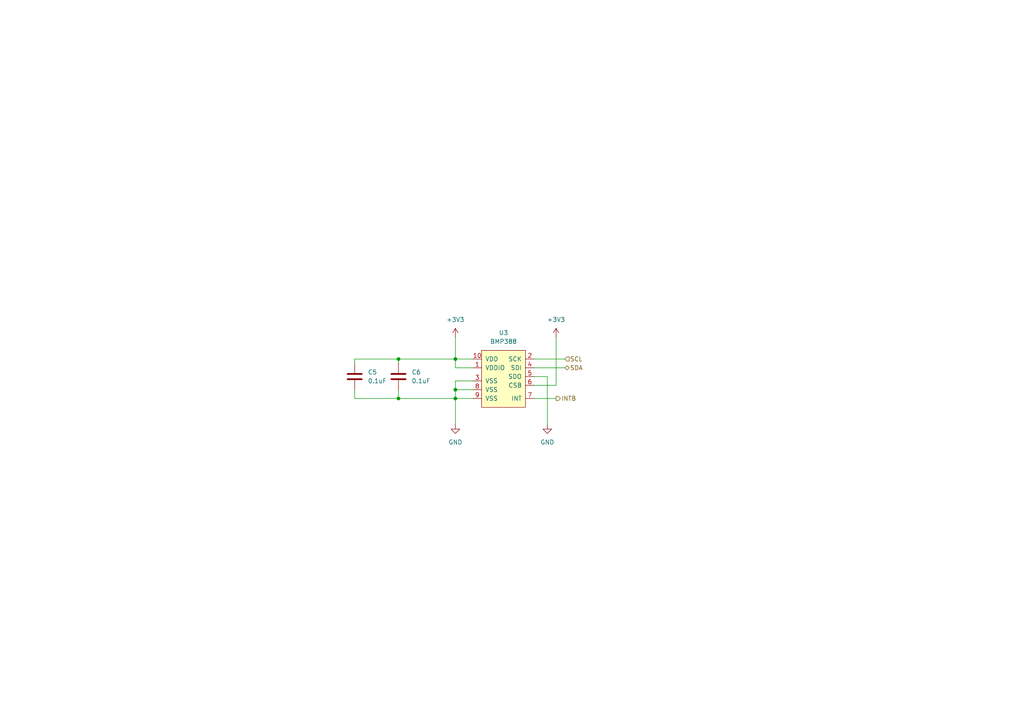
<source format=kicad_sch>
(kicad_sch (version 20211123) (generator eeschema)
  (paper "A4")
  (title_block (title "OceanAI") (date "2022-07-25") (rev "2"))
  (lib_symbols
    (symbol "Device:C" (pin_numbers hide) (pin_names (offset 0.254))
      (property "Reference" "C" (at 0.635 2.54 0))
      (property "Value" "C" (at 0.635 -2.54 0))
      (symbol "C_0_1"
        (polyline (pts (xy -2.032 -0.762) (xy 2.032 -0.762)) (stroke (width 0.508)))
        (polyline (pts (xy -2.032 0.762) (xy 2.032 0.762)) (stroke (width 0.508)))
      )
      (symbol "C_1_1"
        (pin passive line (at 0 3.81 270) (length 2.794) (name "~") (number "1"))
        (pin passive line (at 0 -3.81 90) (length 2.794) (name "~") (number "2"))
      )
    )
    (symbol "TBC_Sensors:BMP388" (pin_names (offset 1.016))
      (property "Reference" "U3" (at 0 12.7 0))
      (property "Value" "BMP388" (at 0 10.16 0))
      (symbol "BMP388_0_1"
        (rectangle (start -6.35 7.62) (end 6.35 -8.89) (fill (type background)))
      )
      (symbol "BMP388_1_1"
        (pin power_in line (at -8.89 2.54 0) (length 2.54) (name "VDDIO") (number "1"))
        (pin power_in line (at -8.89 5.08 0) (length 2.54) (name "VDD") (number "10"))
        (pin input line (at 8.89 5.08 180) (length 2.54) (name "SCK") (number "2"))
        (pin unspecified line (at -8.89 -1.27 0) (length 2.54) (name "VSS") (number "3"))
        (pin bidirectional line (at 8.89 2.54 180) (length 2.54) (name "SDI") (number "4"))
        (pin bidirectional line (at 8.89 0 180) (length 2.54) (name "SDO") (number "5"))
        (pin input line (at 8.89 -2.54 180) (length 2.54) (name "CSB") (number "6"))
        (pin output line (at 8.89 -6.35 180) (length 2.54) (name "INT") (number "7"))
        (pin unspecified line (at -8.89 -3.81 0) (length 2.54) (name "VSS") (number "8"))
        (pin unspecified line (at -8.89 -6.35 0) (length 2.54) (name "VSS") (number "9"))
      )
    )
    (symbol "power:+3.3V" (power) (pin_names (offset 0))
      (property "Value" "+3.3V" (at 0 3.556 0))
      (symbol "+3.3V_0_1"
        (polyline (pts (xy -0.762 1.27) (xy 0 2.54)))
        (polyline (pts (xy 0 0) (xy 0 2.54)))
        (polyline (pts (xy 0 2.54) (xy 0.762 1.27)))
      )
      (symbol "+3.3V_1_1"
        (pin power_in line (at 0 0 90) (length 0) hide (name "+3V3") (number "1"))
      )
    )
    (symbol "power:GND" (power) (pin_names (offset 0))
      (property "Value" "GND" (at 0 -3.81 0))
      (symbol "GND_0_1"
        (polyline (pts (xy 0 0) (xy 0 -1.27) (xy 1.27 -1.27) (xy 0 -2.54) (xy -1.27 -1.27) (xy 0 -1.27)))
      )
      (symbol "GND_1_1"
        (pin power_in line (at 0 0 270) (length 0) hide (name "GND") (number "1"))
      )
    )
  )
  (junction (at 132.08 113.03))
  (junction (at 115.57 104.14))
  (junction (at 132.08 115.57))
  (junction (at 132.08 104.14))
  (junction (at 115.57 115.57))
  (wire (pts (xy 132.08 115.57) (xy 137.16 115.57)))
  (wire (pts (xy 115.57 113.03) (xy 115.57 115.57)))
  (wire (pts (xy 154.94 106.68) (xy 163.83 106.68)))
  (wire (pts (xy 154.94 104.14) (xy 163.83 104.14)))
  (wire (pts (xy 137.16 110.49) (xy 132.08 110.49)))
  (wire (pts (xy 132.08 106.68) (xy 132.08 104.14)))
  (wire (pts (xy 102.87 104.14) (xy 115.57 104.14)))
  (wire (pts (xy 102.87 105.41) (xy 102.87 104.14)))
  (wire (pts (xy 137.16 113.03) (xy 132.08 113.03)))
  (wire (pts (xy 102.87 115.57) (xy 115.57 115.57)))
  (wire (pts (xy 161.29 111.76) (xy 161.29 97.79)))
  (wire (pts (xy 115.57 115.57) (xy 132.08 115.57)))
  (wire (pts (xy 154.94 115.57) (xy 161.29 115.57)))
  (wire (pts (xy 132.08 113.03) (xy 132.08 115.57)))
  (wire (pts (xy 102.87 113.03) (xy 102.87 115.57)))
  (wire (pts (xy 132.08 104.14) (xy 137.16 104.14)))
  (wire (pts (xy 154.94 111.76) (xy 161.29 111.76)))
  (wire (pts (xy 132.08 110.49) (xy 132.08 113.03)))
  (wire (pts (xy 132.08 104.14) (xy 132.08 97.79)))
  (wire (pts (xy 137.16 106.68) (xy 132.08 106.68)))
  (wire (pts (xy 115.57 104.14) (xy 132.08 104.14)))
  (wire (pts (xy 158.75 109.22) (xy 158.75 123.19)))
  (wire (pts (xy 132.08 115.57) (xy 132.08 123.19)))
  (wire (pts (xy 154.94 109.22) (xy 158.75 109.22)))
  (wire (pts (xy 115.57 105.41) (xy 115.57 104.14)))
  (hierarchical_label "SCL" (shape input) (at 163.83 104.14 0))
  (hierarchical_label "SDA" (shape bidirectional) (at 163.83 106.68 0))
  (hierarchical_label "INTB" (shape output) (at 161.29 115.57 0))
  (symbol (lib_id "power:GND") (at 158.75 123.19 0) (unit 1)
    (property "Reference" "#PWR010" (effects hide))
    (property "Value" "GND" (at 158.75 128.27 0))
  )
  (symbol (lib_id "Device:C") (at 102.87 109.22 0) (unit 1)
    (property "Reference" "C5" (at 106.68 107.9499 0) (effects (justify left)))
    (property "Value" "0.1uF" (at 106.68 110.4899 0) (effects (justify left)))
    (property "Footprint" "Capacitor_SMD:C_0603_1608Metric" (effects hide))
  )
  (symbol (lib_id "power:+3.3V") (at 132.08 97.79 0) (unit 1)
    (property "Reference" "#PWR08" (effects hide))
    (property "Value" "+3.3V" (at 132.08 92.71 0))
  )
  (symbol (lib_id "TBC_Sensors:BMP388") (at 146.05 109.22 0) (unit 1)
    (property "Reference" "U3" (at 146.05 96.52 0))
    (property "Value" "BMP388" (at 146.05 99.06 0))
    (property "Footprint" "BMP388:PQFN50P200X200X80-10N" (effects hide))
  )
  (symbol (lib_id "power:GND") (at 132.08 123.19 0) (unit 1)
    (property "Reference" "#PWR09" (effects hide))
    (property "Value" "GND" (at 132.08 128.27 0))
  )
  (symbol (lib_id "Device:C") (at 115.57 109.22 0) (unit 1)
    (property "Reference" "C6" (at 119.38 107.9499 0) (effects (justify left)))
    (property "Value" "0.1uF" (at 119.38 110.4899 0) (effects (justify left)))
    (property "Footprint" "Capacitor_SMD:C_0603_1608Metric" (effects hide))
  )
  (symbol (lib_id "power:+3.3V") (at 161.29 97.79 0) (unit 1)
    (property "Reference" "#PWR011" (effects hide))
    (property "Value" "+3.3V" (at 161.29 92.71 0))
  )
)
</source>
